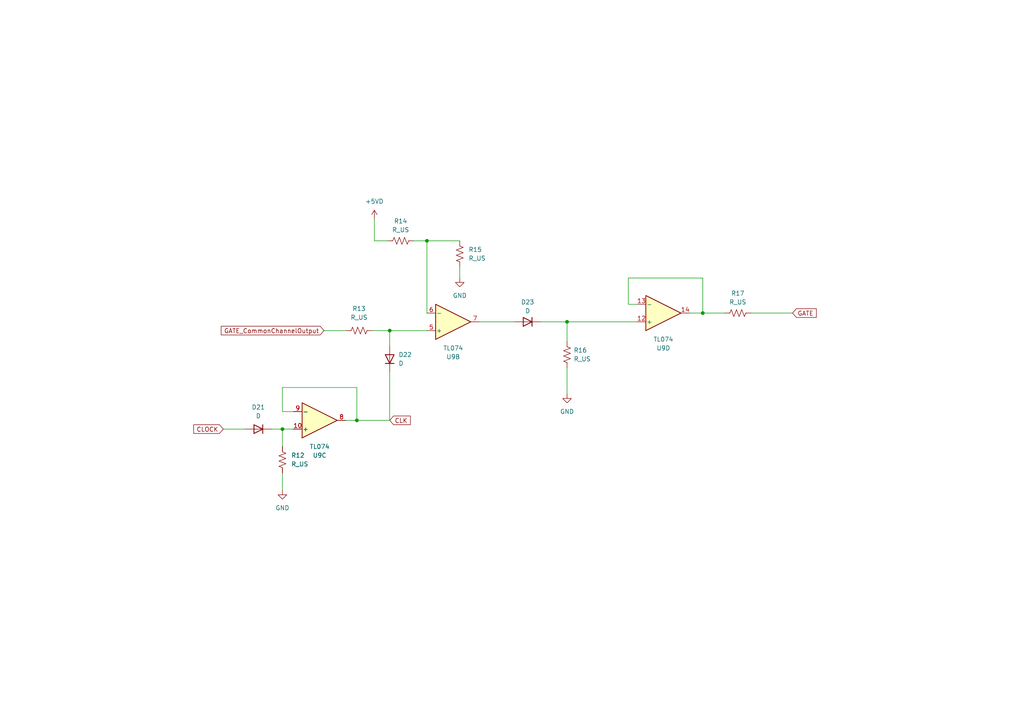
<source format=kicad_sch>
(kicad_sch (version 20230121) (generator eeschema)
  (paper "A4")
  (lib_symbols
    (symbol "Amplifier_Operational:TL074" (pin_names (offset 0.127))
      (property "Reference" "U" (at 0 5.08 0))
      (property "Value" "TL074" (at 0 -5.08 0))
      (symbol "TL074_1_1"
        (polyline (pts (xy -5.08 5.08) (xy 5.08 0) (xy -5.08 -5.08) (xy -5.08 5.08)) (stroke (width 0.254)) (fill (type background)))
        (pin output line (at 7.62 0 180) (length 2.54) (name "~") (number "1"))
        (pin input line (at -7.62 -2.54 0) (length 2.54) (name "-") (number "2"))
        (pin input line (at -7.62 2.54 0) (length 2.54) (name "+") (number "3"))
      )
      (symbol "TL074_2_1"
        (polyline (pts (xy -5.08 5.08) (xy 5.08 0) (xy -5.08 -5.08) (xy -5.08 5.08)) (stroke (width 0.254)) (fill (type background)))
        (pin input line (at -7.62 2.54 0) (length 2.54) (name "+") (number "5"))
        (pin input line (at -7.62 -2.54 0) (length 2.54) (name "-") (number "6"))
        (pin output line (at 7.62 0 180) (length 2.54) (name "~") (number "7"))
      )
      (symbol "TL074_3_1"
        (polyline (pts (xy -5.08 5.08) (xy 5.08 0) (xy -5.08 -5.08) (xy -5.08 5.08)) (stroke (width 0.254)) (fill (type background)))
        (pin input line (at -7.62 2.54 0) (length 2.54) (name "+") (number "10"))
        (pin output line (at 7.62 0 180) (length 2.54) (name "~") (number "8"))
        (pin input line (at -7.62 -2.54 0) (length 2.54) (name "-") (number "9"))
      )
      (symbol "TL074_4_1"
        (polyline (pts (xy -5.08 5.08) (xy 5.08 0) (xy -5.08 -5.08) (xy -5.08 5.08)) (stroke (width 0.254)) (fill (type background)))
        (pin input line (at -7.62 2.54 0) (length 2.54) (name "+") (number "12"))
        (pin input line (at -7.62 -2.54 0) (length 2.54) (name "-") (number "13"))
        (pin output line (at 7.62 0 180) (length 2.54) (name "~") (number "14"))
      )
      (symbol "TL074_5_1"
        (pin power_in line (at -2.54 -7.62 90) (length 3.81) (name "V-") (number "11"))
        (pin power_in line (at -2.54 7.62 270) (length 3.81) (name "V+") (number "4"))
      )
    )
    (symbol "Device:D" (pin_numbers hide) (pin_names (offset 1.016) hide)
      (property "Reference" "D" (at 0 2.54 0))
      (property "Value" "D" (at 0 -2.54 0))
      (symbol "D_0_1"
        (polyline (pts (xy -1.27 1.27) (xy -1.27 -1.27)) (stroke (width 0.254)))
        (polyline (pts (xy 1.27 0) (xy -1.27 0)))
        (polyline (pts (xy 1.27 1.27) (xy 1.27 -1.27) (xy -1.27 0) (xy 1.27 1.27)) (stroke (width 0.254)))
      )
      (symbol "D_1_1"
        (pin passive line (at -3.81 0 0) (length 2.54) (name "K") (number "1"))
        (pin passive line (at 3.81 0 180) (length 2.54) (name "A") (number "2"))
      )
    )
    (symbol "Device:R_US" (pin_numbers hide) (pin_names (offset 0))
      (property "Reference" "R" (at 2.54 0 90))
      (property "Value" "R_US" (at -2.54 0 90))
      (symbol "R_US_0_1"
        (polyline (pts (xy 0 -2.286) (xy 0 -2.54)))
        (polyline (pts (xy 0 2.286) (xy 0 2.54)))
        (polyline (pts (xy 0 -0.762) (xy 1.016 -1.143) (xy 0 -1.524) (xy -1.016 -1.905) (xy 0 -2.286)))
        (polyline (pts (xy 0 0.762) (xy 1.016 0.381) (xy 0 0) (xy -1.016 -0.381) (xy 0 -0.762)))
        (polyline (pts (xy 0 2.286) (xy 1.016 1.905) (xy 0 1.524) (xy -1.016 1.143) (xy 0 0.762)))
      )
      (symbol "R_US_1_1"
        (pin passive line (at 0 3.81 270) (length 1.27) (name "~") (number "1"))
        (pin passive line (at 0 -3.81 90) (length 1.27) (name "~") (number "2"))
      )
    )
    (symbol "power:+5VD" (power) (pin_names (offset 0))
      (property "Value" "+5VD" (at 0 3.556 0))
      (symbol "+5VD_0_1"
        (polyline (pts (xy -0.762 1.27) (xy 0 2.54)))
        (polyline (pts (xy 0 0) (xy 0 2.54)))
        (polyline (pts (xy 0 2.54) (xy 0.762 1.27)))
      )
      (symbol "+5VD_1_1"
        (pin power_in line (at 0 0 90) (length 0) hide (name "+5VD") (number "1"))
      )
    )
    (symbol "power:GND" (power) (pin_names (offset 0))
      (property "Value" "GND" (at 0 -3.81 0))
      (symbol "GND_0_1"
        (polyline (pts (xy 0 0) (xy 0 -1.27) (xy 1.27 -1.27) (xy 0 -2.54) (xy -1.27 -1.27) (xy 0 -1.27)))
      )
      (symbol "GND_1_1"
        (pin power_in line (at 0 0 270) (length 0) hide (name "GND") (number "1"))
      )
    )
  )
  (junction (at 123.825 69.85))
  (junction (at 113.03 95.885))
  (junction (at 81.915 124.46))
  (junction (at 164.465 93.345))
  (junction (at 203.835 90.805))
  (junction (at 103.505 121.92))
  (wire (pts (xy 81.915 119.38) (xy 81.915 112.395)))
  (wire (pts (xy 133.35 77.47) (xy 133.35 80.645)))
  (wire (pts (xy 113.03 107.95) (xy 113.03 121.92)))
  (wire (pts (xy 164.465 106.68) (xy 164.465 114.3)))
  (wire (pts (xy 108.585 63.5) (xy 108.585 69.85)))
  (wire (pts (xy 85.09 119.38) (xy 81.915 119.38)))
  (wire (pts (xy 81.915 124.46) (xy 78.74 124.46)))
  (wire (pts (xy 123.825 69.85) (xy 133.35 69.85)))
  (wire (pts (xy 184.785 88.265) (xy 182.245 88.265)))
  (wire (pts (xy 156.845 93.345) (xy 164.465 93.345)))
  (wire (pts (xy 103.505 112.395) (xy 103.505 121.92)))
  (wire (pts (xy 139.065 93.345) (xy 149.225 93.345)))
  (wire (pts (xy 113.03 95.885) (xy 123.825 95.885)))
  (wire (pts (xy 164.465 93.345) (xy 164.465 99.06)))
  (wire (pts (xy 64.77 124.46) (xy 71.12 124.46)))
  (wire (pts (xy 123.825 69.85) (xy 123.825 90.805)))
  (wire (pts (xy 164.465 93.345) (xy 184.785 93.345)))
  (wire (pts (xy 108.585 69.85) (xy 112.395 69.85)))
  (wire (pts (xy 103.505 121.92) (xy 100.33 121.92)))
  (wire (pts (xy 81.915 124.46) (xy 85.09 124.46)))
  (wire (pts (xy 203.835 80.645) (xy 203.835 90.805)))
  (wire (pts (xy 120.015 69.85) (xy 123.825 69.85)))
  (wire (pts (xy 200.025 90.805) (xy 203.835 90.805)))
  (wire (pts (xy 113.03 95.885) (xy 113.03 100.33)))
  (wire (pts (xy 182.245 80.645) (xy 203.835 80.645)))
  (wire (pts (xy 107.95 95.885) (xy 113.03 95.885)))
  (wire (pts (xy 81.915 137.16) (xy 81.915 142.24)))
  (wire (pts (xy 113.03 121.92) (xy 103.505 121.92)))
  (wire (pts (xy 81.915 129.54) (xy 81.915 124.46)))
  (wire (pts (xy 81.915 112.395) (xy 103.505 112.395)))
  (wire (pts (xy 203.835 90.805) (xy 210.185 90.805)))
  (wire (pts (xy 182.245 88.265) (xy 182.245 80.645)))
  (wire (pts (xy 217.805 90.805) (xy 229.87 90.805)))
  (wire (pts (xy 93.98 95.885) (xy 100.33 95.885)))
  (global_label "CLK" (shape input) (at 113.03 121.92 0) (property "Intersheetrefs" "${INTERSHEET_REFS}" (effects hide)))
  (global_label "GATE" (shape input) (at 229.87 90.805 0) (property "Intersheetrefs" "${INTERSHEET_REFS}" (effects hide)))
  (global_label "CLOCK" (shape input) (at 64.77 124.46 180) (property "Intersheetrefs" "${INTERSHEET_REFS}" (effects hide)))
  (global_label "GATE_CommonChannelOutput" (shape input) (at 93.98 95.885 180) (property "Intersheetrefs" "${INTERSHEET_REFS}" (effects hide)))
  (symbol (lib_id "Amplifier_Operational:TL074") (at 131.445 93.345 0) (mirror x) (unit 2)
    (property "Reference" "U9" (at 131.445 103.505 0))
    (property "Value" "TL074" (at 131.445 100.965 0))
    (property "Datasheet" "http://www.ti.com/lit/ds/symlink/tl071.pdf" (effects hide))
  )
  (symbol (lib_id "Amplifier_Operational:TL074") (at 92.71 121.92 0) (mirror x) (unit 3)
    (property "Reference" "U9" (at 92.71 132.08 0))
    (property "Value" "TL074" (at 92.71 129.54 0))
    (property "Datasheet" "http://www.ti.com/lit/ds/symlink/tl071.pdf" (effects hide))
  )
  (symbol (lib_id "Device:R_US") (at 213.995 90.805 270) (unit 1)
    (property "Reference" "R17" (at 213.995 85.09 90))
    (property "Value" "R_US" (at 213.995 87.63 90))
  )
  (symbol (lib_id "Device:R_US") (at 104.14 95.885 90) (unit 1)
    (property "Reference" "R13" (at 104.14 89.535 90))
    (property "Value" "R_US" (at 104.14 92.075 90))
  )
  (symbol (lib_id "Device:D") (at 113.03 104.14 90) (unit 1)
    (property "Reference" "D22" (at 115.57 102.87 90) (effects (justify right)))
    (property "Value" "D" (at 115.57 105.41 90) (effects (justify right)))
    (property "Sim.Device" "D" (effects hide))
    (property "Sim.Pins" "1=K 2=A" (effects hide))
  )
  (symbol (lib_id "Device:D") (at 153.035 93.345 180) (unit 1)
    (property "Reference" "D23" (at 153.035 87.63 0))
    (property "Value" "D" (at 153.035 90.17 0))
    (property "Sim.Device" "D" (effects hide))
    (property "Sim.Pins" "1=K 2=A" (effects hide))
  )
  (symbol (lib_id "Device:R_US") (at 133.35 73.66 180) (unit 1)
    (property "Reference" "R15" (at 135.89 72.39 0) (effects (justify right)))
    (property "Value" "R_US" (at 135.89 74.93 0) (effects (justify right)))
  )
  (symbol (lib_id "power:+5VD") (at 108.585 63.5 0) (unit 1)
    (property "Reference" "#PWR039" (effects hide))
    (property "Value" "+5VD" (at 108.585 58.42 0))
  )
  (symbol (lib_id "power:GND") (at 164.465 114.3 0) (unit 1)
    (property "Reference" "#PWR041" (effects hide))
    (property "Value" "GND" (at 164.465 119.38 0))
  )
  (symbol (lib_id "Device:R_US") (at 81.915 133.35 180) (unit 1)
    (property "Reference" "R12" (at 84.455 132.08 0) (effects (justify right)))
    (property "Value" "R_US" (at 84.455 134.62 0) (effects (justify right)))
  )
  (symbol (lib_id "Amplifier_Operational:TL074") (at 192.405 90.805 0) (mirror x) (unit 4)
    (property "Reference" "U9" (at 192.405 100.965 0))
    (property "Value" "TL074" (at 192.405 98.425 0))
    (property "Datasheet" "http://www.ti.com/lit/ds/symlink/tl071.pdf" (effects hide))
  )
  (symbol (lib_id "Device:D") (at 74.93 124.46 180) (unit 1)
    (property "Reference" "D21" (at 74.93 118.11 0))
    (property "Value" "D" (at 74.93 120.65 0))
    (property "Sim.Device" "D" (effects hide))
    (property "Sim.Pins" "1=K 2=A" (effects hide))
  )
  (symbol (lib_id "Device:R_US") (at 164.465 102.87 180) (unit 1)
    (property "Reference" "R16" (at 166.37 101.6 0) (effects (justify right)))
    (property "Value" "R_US" (at 166.37 104.14 0) (effects (justify right)))
  )
  (symbol (lib_id "Device:R_US") (at 116.205 69.85 270) (unit 1)
    (property "Reference" "R14" (at 116.205 64.135 90))
    (property "Value" "R_US" (at 116.205 66.675 90))
  )
  (symbol (lib_id "power:GND") (at 81.915 142.24 0) (unit 1)
    (property "Reference" "#PWR038" (effects hide))
    (property "Value" "GND" (at 81.915 147.32 0))
  )
  (symbol (lib_id "power:GND") (at 133.35 80.645 0) (unit 1)
    (property "Reference" "#PWR040" (effects hide))
    (property "Value" "GND" (at 133.35 85.725 0))
  )
)
</source>
